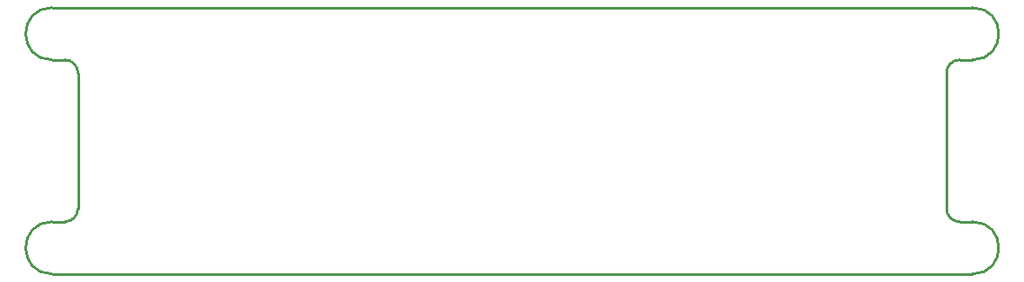
<source format=gko>
G04 Layer_Color=16711935*
%FSAX25Y25*%
%MOIN*%
G70*
G01*
G75*
%ADD46C,0.01000*%
D46*
X0866500Y0562500D02*
G03*
X0871500Y0557500I0005000J0000000D01*
G01*
Y0619500D02*
G03*
X0866500Y0614500I0000000J-0005000D01*
G01*
X0534000D02*
G03*
X0529000Y0619500I-0005000J0000000D01*
G01*
Y0557500D02*
G03*
X0534000Y0562500I0000000J0005000D01*
G01*
X0876500Y0537500D02*
G03*
X0876500Y0557500I0000000J0010000D01*
G01*
Y0619500D02*
G03*
X0876500Y0639500I0000000J0010000D01*
G01*
X0524000D02*
G03*
X0524000Y0619500I0000000J-0010000D01*
G01*
Y0557500D02*
G03*
X0524000Y0537500I0000000J-0010000D01*
G01*
X0534000Y0562500D02*
Y0614500D01*
X0866500Y0562500D02*
Y0614500D01*
X0871500Y0557500D02*
X0876500D01*
X0534000Y0537500D02*
X0866460D01*
X0866500D02*
X0876500D01*
X0866500Y0639500D02*
X0876500D01*
X0871500Y0619500D02*
X0876500D01*
X0524000Y0639500D02*
X0534000D01*
X0524000Y0619500D02*
X0529000D01*
X0524000Y0557500D02*
X0529000D01*
X0524000Y0537500D02*
X0534000D01*
Y0639500D02*
X0866460D01*
M02*

</source>
